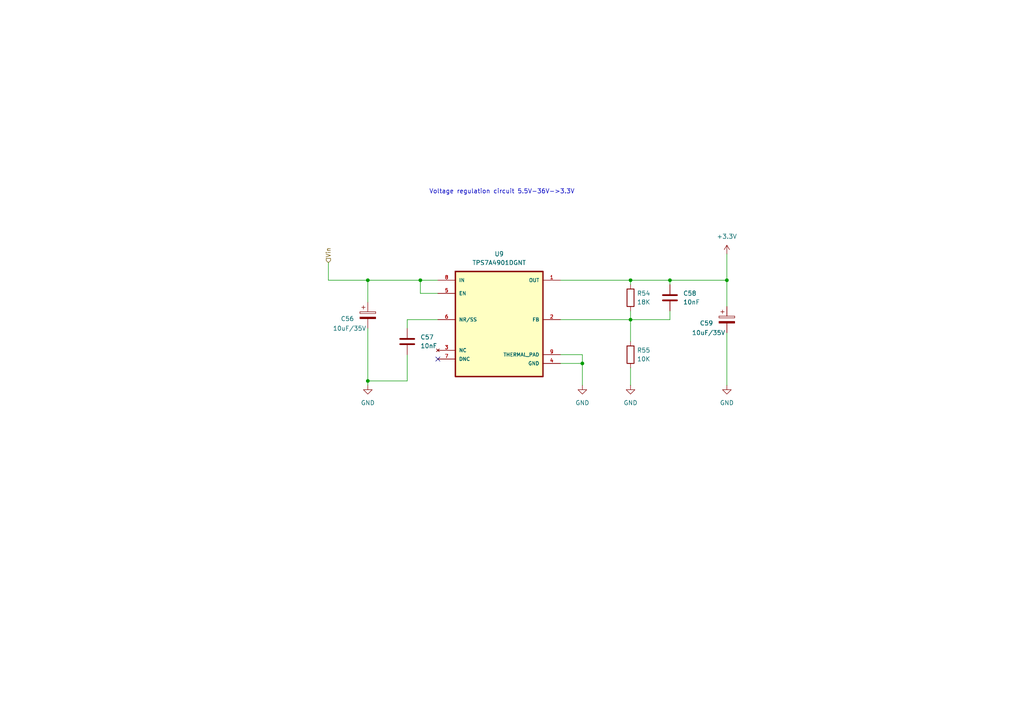
<source format=kicad_sch>
(kicad_sch (version 20231120) (generator "eeschema") (generator_version "8.0")
  (paper "A4")
  (lib_symbols
    (symbol "Device:C" (pin_numbers hide) (pin_names (offset 0.254))
      (property "Reference" "C" (at 0.635 2.54 0))
      (property "Value" "C" (at 0.635 -2.54 0))
      (symbol "C_0_1"
        (polyline (pts (xy -2.032 -0.762) (xy 2.032 -0.762)) (stroke (width 0.508)))
        (polyline (pts (xy -2.032 0.762) (xy 2.032 0.762)) (stroke (width 0.508)))
      )
      (symbol "C_1_1"
        (pin passive line (at 0 3.81 270) (length 2.794) (name "~") (number "1"))
        (pin passive line (at 0 -3.81 90) (length 2.794) (name "~") (number "2"))
      )
    )
    (symbol "Device:C_Polarized" (pin_numbers hide) (pin_names (offset 0.254))
      (property "Reference" "C" (at 0.635 2.54 0))
      (property "Value" "C_Polarized" (at 0.635 -2.54 0))
      (symbol "C_Polarized_0_1"
        (rectangle (start -2.286 0.508) (end 2.286 1.016))
        (polyline (pts (xy -1.778 2.286) (xy -0.762 2.286)))
        (polyline (pts (xy -1.27 2.794) (xy -1.27 1.778)))
        (rectangle (start 2.286 -0.508) (end -2.286 -1.016) (fill (type outline)))
      )
      (symbol "C_Polarized_1_1"
        (pin passive line (at 0 3.81 270) (length 2.794) (name "~") (number "1"))
        (pin passive line (at 0 -3.81 90) (length 2.794) (name "~") (number "2"))
      )
    )
    (symbol "Device:R" (pin_numbers hide) (pin_names (offset 0))
      (property "Reference" "R" (at 2.032 0 90))
      (property "Value" "R" (at 0 0 90))
      (symbol "R_0_1"
        (rectangle (start -1.016 -2.54) (end 1.016 2.54) (stroke (width 0.254)))
      )
      (symbol "R_1_1"
        (pin passive line (at 0 3.81 270) (length 1.27) (name "~") (number "1"))
        (pin passive line (at 0 -3.81 90) (length 1.27) (name "~") (number "2"))
      )
    )
    (symbol "GND_1" (power) (pin_numbers hide) (pin_names (offset 0) hide)
      (property "Value" "GND" (at 0 -3.81 0))
      (symbol "GND_1_0_1"
        (polyline (pts (xy 0 0) (xy 0 -1.27) (xy 1.27 -1.27) (xy 0 -2.54) (xy -1.27 -1.27) (xy 0 -1.27)))
      )
      (symbol "GND_1_1_1"
        (pin power_in line (at 0 0 270) (length 0) (name "~") (number "1"))
      )
    )
    (symbol "TPS7A4901DGNT:TPS7A4901DGNT" (pin_names (offset 1.016))
      (property "Reference" "U9" (at 0 20.32 0))
      (property "Value" "TPS7A4901DGNT" (at 0 17.78 0))
      (symbol "TPS7A4901DGNT_0_0"
        (rectangle (start -12.7 -15.24) (end 12.7 15.24) (stroke (width 0.41)) (fill (type background)))
        (pin output line (at 17.78 12.7 180) (length 5.08) (name "OUT") (number "1"))
        (pin input line (at 17.78 1.27 180) (length 5.08) (name "FB") (number "2"))
        (pin power_in line (at 17.78 -11.43 180) (length 5.08) (name "GND") (number "4"))
        (pin input line (at -17.78 8.89 0) (length 5.08) (name "EN") (number "5"))
        (pin input line (at -17.78 1.27 0) (length 5.08) (name "NR/SS") (number "6"))
        (pin bidirectional line (at -17.78 -10.16 0) (length 5.08) (name "DNC") (number "7"))
        (pin input line (at -17.78 12.7 0) (length 5.08) (name "IN") (number "8"))
        (pin bidirectional line (at 17.78 -8.89 180) (length 5.08) (name "THERMAL_PAD") (number "9"))
      )
      (symbol "TPS7A4901DGNT_1_0"
        (pin no_connect line (at -17.78 -7.62 0) (length 5.08) (name "NC") (number "3"))
      )
    )
    (symbol "power:+3.3V" (power) (pin_names (offset 0))
      (property "Value" "+3.3V" (at 0 3.556 0))
      (symbol "+3.3V_0_1"
        (polyline (pts (xy -0.762 1.27) (xy 0 2.54)))
        (polyline (pts (xy 0 0) (xy 0 2.54)))
        (polyline (pts (xy 0 2.54) (xy 0.762 1.27)))
      )
      (symbol "+3.3V_1_1"
        (pin power_in line (at 0 0 90) (length 0) hide (name "+3.3V") (number "1"))
      )
    )
  )
  (junction (at 210.82 81.28))
  (junction (at 121.92 81.28))
  (junction (at 194.31 81.28))
  (junction (at 182.88 81.28))
  (junction (at 168.91 105.41))
  (junction (at 106.68 81.28))
  (junction (at 106.68 110.49))
  (junction (at 182.88 92.71))
  (no_connect (at 127 104.14))
  (wire (pts (xy 118.11 92.71) (xy 118.11 95.25)))
  (wire (pts (xy 118.11 102.87) (xy 118.11 110.49)))
  (wire (pts (xy 162.56 81.28) (xy 182.88 81.28)))
  (wire (pts (xy 106.68 81.28) (xy 106.68 87.63)))
  (wire (pts (xy 210.82 81.28) (xy 194.31 81.28)))
  (wire (pts (xy 194.31 81.28) (xy 182.88 81.28)))
  (wire (pts (xy 182.88 92.71) (xy 182.88 99.06)))
  (wire (pts (xy 162.56 92.71) (xy 182.88 92.71)))
  (wire (pts (xy 121.92 81.28) (xy 106.68 81.28)))
  (wire (pts (xy 162.56 105.41) (xy 168.91 105.41)))
  (wire (pts (xy 194.31 82.55) (xy 194.31 81.28)))
  (wire (pts (xy 182.88 106.68) (xy 182.88 111.76)))
  (wire (pts (xy 194.31 92.71) (xy 182.88 92.71)))
  (wire (pts (xy 95.25 81.28) (xy 95.25 76.2)))
  (wire (pts (xy 106.68 95.25) (xy 106.68 110.49)))
  (wire (pts (xy 118.11 110.49) (xy 106.68 110.49)))
  (wire (pts (xy 127 81.28) (xy 121.92 81.28)))
  (wire (pts (xy 168.91 111.76) (xy 168.91 105.41)))
  (wire (pts (xy 210.82 81.28) (xy 210.82 88.9)))
  (wire (pts (xy 210.82 73.66) (xy 210.82 81.28)))
  (wire (pts (xy 194.31 90.17) (xy 194.31 92.71)))
  (wire (pts (xy 168.91 102.87) (xy 162.56 102.87)))
  (wire (pts (xy 106.68 110.49) (xy 106.68 111.76)))
  (wire (pts (xy 210.82 96.52) (xy 210.82 111.76)))
  (wire (pts (xy 168.91 102.87) (xy 168.91 105.41)))
  (wire (pts (xy 182.88 92.71) (xy 182.88 90.17)))
  (wire (pts (xy 127 92.71) (xy 118.11 92.71)))
  (wire (pts (xy 182.88 81.28) (xy 182.88 82.55)))
  (wire (pts (xy 95.25 81.28) (xy 106.68 81.28)))
  (wire (pts (xy 127 85.09) (xy 121.92 85.09)))
  (wire (pts (xy 121.92 85.09) (xy 121.92 81.28)))
  (text "Voltage regulation circuit 5.5V-36V->3.3V" (at 124.46 56.388 0) (effects (font (size 1.27 1.27)) (justify left bottom)))
  (hierarchical_label "Vin" (shape input) (at 95.25 76.2 90))
  (symbol (lib_name "GND_1") (lib_id "power:GND") (at 210.82 111.76 0) (mirror y) (unit 1)
    (property "Reference" "#PWR082" (effects (hide yes)))
    (property "Value" "GND" (at 210.82 116.84 0))
    (property "Description" "Power symbol creates a global label with name \"GND\" , ground" (effects (hide yes)))
  )
  (symbol (lib_name "GND_1") (lib_id "power:GND") (at 106.68 111.76 0) (mirror y) (unit 1)
    (property "Reference" "#PWR078" (effects (hide yes)))
    (property "Value" "GND" (at 106.68 116.84 0))
    (property "Description" "Power symbol creates a global label with name \"GND\" , ground" (effects (hide yes)))
  )
  (symbol (lib_id "Device:R") (at 182.88 86.36 0) (unit 1)
    (property "Reference" "R54" (at 186.69 85.09 0))
    (property "Value" "18K" (at 186.69 87.63 0))
    (property "Footprint" "Resistor_SMD:R_0603_1608Metric" (effects (hide yes)))
    (property "Description" "RES 18K OHM 5% 1/10W 0603" (effects (hide yes)))
    (property "DIGIKEY" "11-18KGRTR-ND" (effects (hide yes)))
    (property "DigiKey" "11-18KGRTR-ND" (effects (hide yes)))
  )
  (symbol (lib_id "Device:C") (at 194.31 86.36 0) (unit 1)
    (property "Reference" "C58" (at 198.12 85.0899 0) (effects (justify left)))
    (property "Value" "10nF" (at 198.12 87.6299 0) (effects (justify left)))
    (property "Footprint" "Capacitor_SMD:C_0603_1608Metric" (effects (hide yes)))
    (property "Description" "CAP CER 0603 10NF 16V X7R 10%" (effects (hide yes)))
    (property "DIGIKEY" "  399-C0603C103K4RECTUTR-ND" (effects (hide yes)))
    (property "DigiKey" "  399-C0603C103K4RECTUTR-ND" (effects (hide yes)))
  )
  (symbol (lib_id "Device:C_Polarized") (at 106.68 91.44 0) (unit 1)
    (property "Reference" "C56" (at 98.806 92.456 0) (effects (justify left)))
    (property "Value" "10uF/35V" (at 96.52 95.25 0) (effects (justify left)))
    (property "Footprint" "Capacitor_SMD:CP_Elec_5x5.4" (effects (hide yes)))
    (property "Description" "10 µF 35 V Aluminum Electrolytic Capacitors Radial, Can - SMD 5000 Hrs @ 105°C" (effects (hide yes)))
    (property "DIGIKEY" "  732-8295-2-ND" (effects (hide yes)))
    (property "DigiKey" "  732-8295-2-ND" (effects (hide yes)))
  )
  (symbol (lib_id "TPS7A4901DGNT:TPS7A4901DGNT") (at 144.78 93.98 0) (unit 1)
    (property "Reference" "U9" (at 144.78 73.66 0))
    (property "Value" "TPS7A4901DGNT" (at 144.78 76.2 0))
    (property "Footprint" "footprints:SOP65P490X110-9N" (effects (hide yes)))
    (property "Description" "Linear Voltage Regulator IC Positive Adjustable 1 Output 150mA 8-HVSSOP" (effects (hide yes)))
    (property "DIGIKEY" "TPS7A4901DGNT" (effects (hide yes)))
    (property "DigiKey" "TPS7A4901DGNT" (effects (hide yes)))
  )
  (symbol (lib_id "Device:R") (at 182.88 102.87 0) (unit 1)
    (property "Reference" "R55" (at 186.69 101.6 0))
    (property "Value" "10K" (at 186.69 104.14 0))
    (property "Footprint" "Resistor_SMD:R_0603_1608Metric" (effects (hide yes)))
    (property "Description" "10 kOhms ±5% 0.1W, 1/10W Chip Resistor 0603 (1608 Metric) Automotive AEC-Q200 Thick Film" (effects (hide yes)))
    (property "DIGIKEY" "  311-10.0KHRTR-ND" (effects (hide yes)))
    (property "DigiKey" "  311-10.0KHRTR-ND" (effects (hide yes)))
  )
  (symbol (lib_id "Device:C_Polarized") (at 210.82 92.71 0) (unit 1)
    (property "Reference" "C59" (at 202.946 93.726 0) (effects (justify left)))
    (property "Value" "10uF/35V" (at 200.66 96.52 0) (effects (justify left)))
    (property "Footprint" "Capacitor_SMD:CP_Elec_5x5.4" (effects (hide yes)))
    (property "Description" "10 µF 35 V Aluminum Electrolytic Capacitors Radial, Can - SMD 5000 Hrs @ 105°C" (effects (hide yes)))
    (property "DIGIKEY" "  732-8295-2-ND" (effects (hide yes)))
    (property "DigiKey" "  732-8295-2-ND" (effects (hide yes)))
  )
  (symbol (lib_name "GND_1") (lib_id "power:GND") (at 168.91 111.76 0) (unit 1)
    (property "Reference" "#PWR079" (effects (hide yes)))
    (property "Value" "GND" (at 168.91 116.84 0))
    (property "Description" "Power symbol creates a global label with name \"GND\" , ground" (effects (hide yes)))
  )
  (symbol (lib_id "power:+3.3V") (at 210.82 73.66 0) (unit 1)
    (property "Reference" "#PWR081" (effects (hide yes)))
    (property "Value" "+3.3V" (at 210.82 68.58 0))
  )
  (symbol (lib_id "Device:C") (at 118.11 99.06 0) (unit 1)
    (property "Reference" "C57" (at 121.92 97.7899 0) (effects (justify left)))
    (property "Value" "10nF" (at 121.92 100.3299 0) (effects (justify left)))
    (property "Footprint" "Capacitor_SMD:C_0603_1608Metric" (effects (hide yes)))
    (property "Description" "CAP CER 0603 10NF 16V X7R 10%" (effects (hide yes)))
    (property "DIGIKEY" "  399-C0603C103K4RECTUTR-ND" (effects (hide yes)))
    (property "DigiKey" "  399-C0603C103K4RECTUTR-ND" (effects (hide yes)))
  )
  (symbol (lib_name "GND_1") (lib_id "power:GND") (at 182.88 111.76 0) (unit 1)
    (property "Reference" "#PWR080" (effects (hide yes)))
    (property "Value" "GND" (at 182.88 116.84 0))
    (property "Description" "Power symbol creates a global label with name \"GND\" , ground" (effects (hide yes)))
  )
)
</source>
